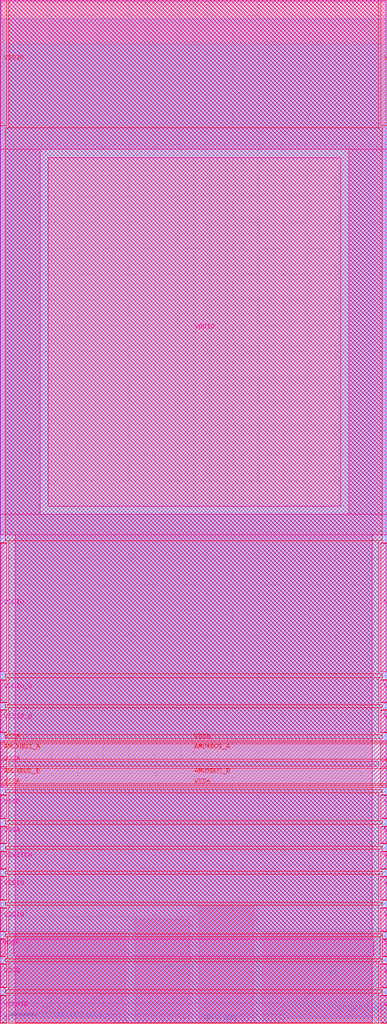
<source format=lef>
VERSION 5.7 ;
  NOWIREEXTENSIONATPIN ON ;
  DIVIDERCHAR "/" ;
  BUSBITCHARS "[]" ;
MACRO sky130_ef_io__vddio_lvc_pad
  CLASS PAD POWER ;
  FOREIGN sky130_ef_io__vddio_lvc_pad ;
  ORIGIN 0.000 0.000 ;
  SIZE 75.000 BY 197.965 ;
  PIN AMUXBUS_A
    DIRECTION INOUT ;
    USE SIGNAL ;
    PORT
      LAYER met4 ;
        RECT 0.000 51.090 75.000 54.070 ;
    END
    PORT
      LAYER met4 ;
        RECT 0.000 51.090 1.270 54.070 ;
    END
  END AMUXBUS_A
  PIN AMUXBUS_B
    DIRECTION INOUT ;
    USE SIGNAL ;
    PORT
      LAYER met4 ;
        RECT 0.000 46.330 75.000 49.310 ;
    END
    PORT
      LAYER met4 ;
        RECT 0.000 46.330 1.270 49.310 ;
    END
  END AMUXBUS_B
  PIN DRN_LVC1
    ANTENNADIFFAREA 6.889900 ;
    DIRECTION INOUT ;
    USE POWER ;
    PORT
      LAYER met3 ;
        RECT 26.000 -0.035 36.880 20.185 ;
    END
  END DRN_LVC1
  PIN DRN_LVC2
    ANTENNADIFFAREA 3.870900 ;
    DIRECTION INOUT ;
    USE POWER ;
    PORT
      LAYER met3 ;
        RECT 38.380 -0.035 49.255 22.865 ;
    END
  END DRN_LVC2
  PIN SRC_BDY_LVC1
    DIRECTION INOUT ;
    USE GROUND ;
    PORT
      LAYER met2 ;
        RECT 0.500 -0.035 20.495 1.450 ;
    END
  END SRC_BDY_LVC1
  PIN SRC_BDY_LVC2
    DIRECTION INOUT ;
    USE GROUND ;
    PORT
      LAYER met2 ;
        RECT 54.715 -0.035 74.700 3.625 ;
    END
  END SRC_BDY_LVC2
  PIN BDY2_B2B
    DIRECTION INOUT ;
    USE GROUND ;
    PORT
      LAYER met2 ;
        RECT 34.440 -0.035 44.440 0.290 ;
    END
  END BDY2_B2B
  PIN VSSA
    DIRECTION INOUT ;
    USE GROUND ;
    PORT
      LAYER met5 ;
        RECT 73.730 45.700 75.000 54.700 ;
    END
    PORT
      LAYER met5 ;
        RECT 73.730 34.805 75.000 38.050 ;
    END
    PORT
      LAYER met5 ;
        RECT 0.000 45.700 1.270 54.700 ;
    END
    PORT
      LAYER met5 ;
        RECT 0.000 34.805 1.270 38.050 ;
    END
    PORT
      LAYER met4 ;
        RECT 73.730 49.610 75.000 50.790 ;
    END
    PORT
      LAYER met4 ;
        RECT 0.000 54.370 75.000 54.700 ;
    END
    PORT
      LAYER met4 ;
        RECT 0.000 45.700 75.000 46.030 ;
    END
    PORT
      LAYER met4 ;
        RECT 73.730 34.700 75.000 38.150 ;
    END
    PORT
      LAYER met4 ;
        RECT 0.000 45.700 1.270 46.030 ;
    END
    PORT
      LAYER met4 ;
        RECT 0.000 49.610 1.270 50.790 ;
    END
    PORT
      LAYER met4 ;
        RECT 0.000 54.370 1.270 54.700 ;
    END
    PORT
      LAYER met4 ;
        RECT 0.000 34.700 1.270 38.150 ;
    END
  END VSSA
  PIN VDDA
    DIRECTION INOUT ;
    USE POWER ;
    PORT
      LAYER met5 ;
        RECT 74.035 13.000 75.000 16.250 ;
    END
    PORT
      LAYER met5 ;
        RECT 0.000 13.000 0.965 16.250 ;
    END
    PORT
      LAYER met4 ;
        RECT 74.035 12.900 75.000 16.350 ;
    END
    PORT
      LAYER met4 ;
        RECT 0.000 12.900 0.965 16.350 ;
    END
  END VDDA
  PIN VSWITCH
    DIRECTION INOUT ;
    USE POWER ;
    PORT
      LAYER met5 ;
        RECT 73.730 29.950 75.000 33.200 ;
    END
    PORT
      LAYER met5 ;
        RECT 0.000 29.950 1.270 33.200 ;
    END
    PORT
      LAYER met4 ;
        RECT 73.730 29.850 75.000 33.300 ;
    END
    PORT
      LAYER met4 ;
        RECT 0.000 29.850 1.270 33.300 ;
    END
  END VSWITCH
  PIN VDDIO_Q
    DIRECTION INOUT ;
    USE POWER ;
    PORT
      LAYER met5 ;
        RECT 73.730 62.150 75.000 66.400 ;
    END
    PORT
      LAYER met5 ;
        RECT 0.000 62.150 1.270 66.400 ;
    END
    PORT
      LAYER met4 ;
        RECT 73.730 62.050 75.000 66.500 ;
    END
    PORT
      LAYER met4 ;
        RECT 0.000 62.050 1.270 66.500 ;
    END
  END VDDIO_Q
  PIN VCCHIB
    DIRECTION INOUT ;
    USE POWER ;
    PORT
      LAYER met5 ;
        RECT 73.730 0.100 75.000 5.350 ;
    END
    PORT
      LAYER met5 ;
        RECT 0.000 0.100 1.270 5.350 ;
    END
    PORT
      LAYER met4 ;
        RECT 73.730 0.000 75.000 5.450 ;
    END
    PORT
      LAYER met4 ;
        RECT 0.000 0.000 1.270 5.450 ;
    END
  END VCCHIB
  PIN VDDIO
    DIRECTION INOUT ;
    USE POWER ;
    PORT
      LAYER met5 ;
        RECT 9.315 100.105 65.955 167.535 ;
    END
    PORT
      LAYER met3 ;
        RECT 50.755 -0.035 74.700 17.765 ;
    END
    PORT
      LAYER met3 ;
        RECT 0.500 -0.035 24.500 17.765 ;
    END
    PORT
      LAYER met5 ;
        RECT 73.730 68.000 75.000 92.950 ;
    END
    PORT
      LAYER met5 ;
        RECT 73.730 17.850 75.000 22.300 ;
    END
    PORT
      LAYER met5 ;
        RECT 0.000 68.000 1.270 92.950 ;
    END
    PORT
      LAYER met5 ;
        RECT 0.000 17.850 1.270 22.300 ;
    END
    PORT
      LAYER met4 ;
        RECT 73.730 17.750 75.000 22.400 ;
    END
    PORT
      LAYER met4 ;
        RECT 73.730 68.000 75.000 92.965 ;
    END
    PORT
      LAYER met4 ;
        RECT 0.000 17.750 1.270 22.400 ;
    END
    PORT
      LAYER met4 ;
        RECT 0.000 68.000 1.270 92.965 ;
    END
  END VDDIO
  PIN VCCD
    DIRECTION INOUT ;
    USE POWER ;
    PORT
      LAYER met5 ;
        RECT 73.730 6.950 75.000 11.400 ;
    END
    PORT
      LAYER met5 ;
        RECT 0.000 6.950 1.270 11.400 ;
    END
    PORT
      LAYER met4 ;
        RECT 73.730 6.850 75.000 11.500 ;
    END
    PORT
      LAYER met4 ;
        RECT 0.000 6.850 1.270 11.500 ;
    END
  END VCCD
  PIN VSSIO
    DIRECTION INOUT ;
    USE GROUND ;
    PORT
      LAYER met5 ;
        RECT 73.730 23.900 75.000 28.350 ;
    END
    PORT
      LAYER met5 ;
        RECT 0.000 23.900 1.270 28.350 ;
    END
    PORT
      LAYER met4 ;
        RECT 73.730 23.800 75.000 28.450 ;
    END
    PORT
      LAYER met4 ;
        RECT 73.730 173.750 75.000 197.965 ;
    END
    PORT
      LAYER met4 ;
        RECT 0.000 173.750 1.270 197.965 ;
    END
    PORT
      LAYER met4 ;
        RECT 0.000 23.800 1.270 28.450 ;
    END
  END VSSIO
  PIN VSSD
    DIRECTION INOUT ;
    USE GROUND ;
    PORT
      LAYER met5 ;
        RECT 73.730 39.650 75.000 44.100 ;
    END
    PORT
      LAYER met5 ;
        RECT 0.000 39.650 1.270 44.100 ;
    END
    PORT
      LAYER met4 ;
        RECT 73.730 39.550 75.000 44.200 ;
    END
    PORT
      LAYER met4 ;
        RECT 0.000 39.550 1.270 44.200 ;
    END
  END VSSD
  PIN VSSIO_Q
    DIRECTION INOUT ;
    USE GROUND ;
    PORT
      LAYER met5 ;
        RECT 73.730 56.300 75.000 60.550 ;
    END
    PORT
      LAYER met5 ;
        RECT 0.000 56.300 1.270 60.550 ;
    END
    PORT
      LAYER met4 ;
        RECT 73.730 56.200 75.000 60.650 ;
    END
    PORT
      LAYER met4 ;
        RECT 0.000 56.200 1.270 60.650 ;
    END
  END VSSIO_Q
  OBS
      LAYER li1 ;
        RECT 0.240 0.985 74.755 197.745 ;
      LAYER met1 ;
        RECT 0.120 0.000 74.785 197.805 ;
      LAYER met2 ;
        RECT 0.490 3.905 74.700 194.395 ;
        RECT 0.490 1.730 54.435 3.905 ;
        RECT 20.775 0.570 54.435 1.730 ;
        RECT 20.775 0.000 34.160 0.570 ;
        RECT 44.720 0.000 54.435 0.570 ;
      LAYER met3 ;
        RECT 0.490 23.265 74.700 189.480 ;
        RECT 0.490 20.585 37.980 23.265 ;
        RECT 0.490 18.165 25.600 20.585 ;
        RECT 24.900 0.000 25.600 18.165 ;
        RECT 37.280 0.000 37.980 20.585 ;
        RECT 49.655 18.165 74.700 23.265 ;
        RECT 49.655 0.000 50.355 18.165 ;
      LAYER met4 ;
        RECT 1.670 173.350 73.330 197.965 ;
        RECT 0.965 93.365 74.035 173.350 ;
        RECT 1.670 67.600 73.330 93.365 ;
        RECT 0.965 66.900 74.035 67.600 ;
        RECT 1.670 61.650 73.330 66.900 ;
        RECT 0.965 61.050 74.035 61.650 ;
        RECT 1.670 55.800 73.330 61.050 ;
        RECT 0.965 55.100 74.035 55.800 ;
        RECT 1.670 49.710 73.330 50.690 ;
        RECT 0.965 44.600 74.035 45.300 ;
        RECT 1.670 39.150 73.330 44.600 ;
        RECT 0.965 38.550 74.035 39.150 ;
        RECT 1.670 34.300 73.330 38.550 ;
        RECT 0.965 33.700 74.035 34.300 ;
        RECT 1.670 29.450 73.330 33.700 ;
        RECT 0.965 28.850 74.035 29.450 ;
        RECT 1.670 23.400 73.330 28.850 ;
        RECT 0.965 22.800 74.035 23.400 ;
        RECT 1.670 17.350 73.330 22.800 ;
        RECT 0.965 16.750 74.035 17.350 ;
        RECT 1.365 12.500 73.635 16.750 ;
        RECT 0.965 11.900 74.035 12.500 ;
        RECT 1.670 6.450 73.330 11.900 ;
        RECT 0.965 5.850 74.035 6.450 ;
        RECT 1.670 0.000 73.330 5.850 ;
      LAYER met5 ;
        RECT 0.000 169.135 75.000 197.965 ;
        RECT 0.000 98.505 7.715 169.135 ;
        RECT 67.555 98.505 75.000 169.135 ;
        RECT 0.000 94.550 75.000 98.505 ;
        RECT 2.870 16.250 72.130 94.550 ;
        RECT 2.565 13.000 72.435 16.250 ;
        RECT 2.870 0.100 72.130 13.000 ;
  END
END sky130_ef_io__vddio_lvc_pad
END LIBRARY


</source>
